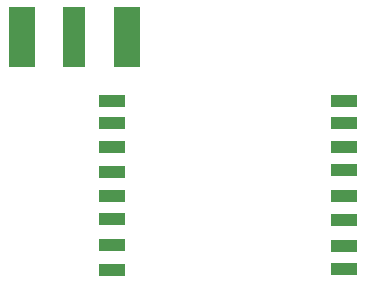
<source format=gtp>
G75*
%MOIN*%
%OFA0B0*%
%FSLAX24Y24*%
%IPPOS*%
%LPD*%
%AMOC8*
5,1,8,0,0,1.08239X$1,22.5*
%
%ADD10R,0.0860X0.0420*%
%ADD11R,0.0750X0.2000*%
%ADD12R,0.0900X0.2000*%
D10*
X011693Y011643D03*
X011693Y012481D03*
X011693Y013331D03*
X011693Y014118D03*
X011693Y014905D03*
X011693Y015755D03*
X011693Y016543D03*
X011693Y017268D03*
X019430Y017268D03*
X019430Y016543D03*
X019430Y015755D03*
X019430Y014968D03*
X019430Y014118D03*
X019430Y013293D03*
X019430Y012456D03*
X019430Y011668D03*
D11*
X010430Y019420D03*
D12*
X008690Y019420D03*
X012170Y019420D03*
M02*

</source>
